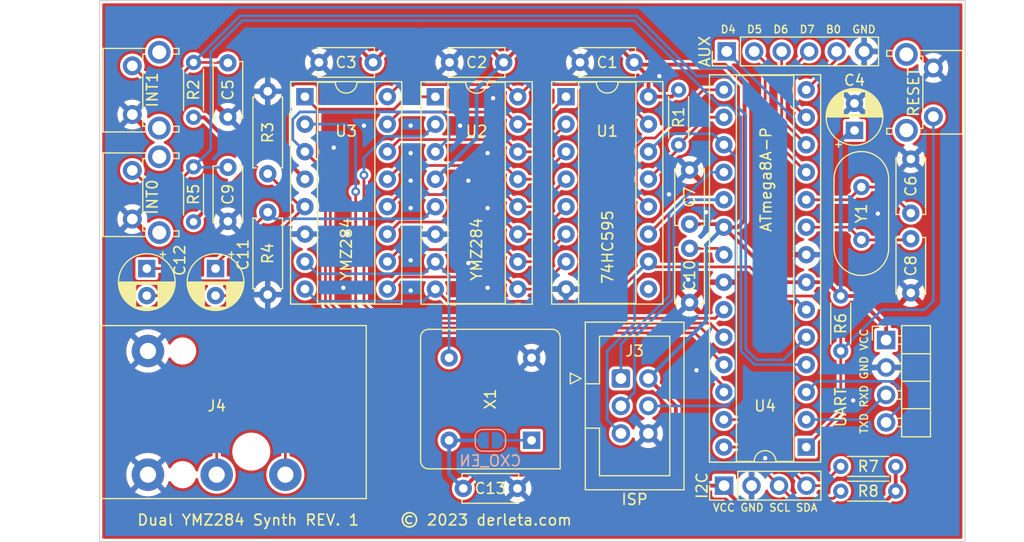
<source format=kicad_pcb>
(kicad_pcb (version 20211014) (generator pcbnew)
  (layers (0 "F.Cu" signal) (31 "B.Cu" signal) (34 "B.Paste" user) (35 "F.Paste" user) (36 "B.SilkS" user "B.Silkscreen") (37 "F.SilkS" user "F.Silkscreen") (38 "B.Mask" user) (39 "F.Mask" user) (44 "Edge.Cuts" user))
  (net 0 "")
  (net 1 "GND")
  (net 2 "VCC")
  (net 3 "~{RESET}")
  (net 4 "MISO")
  (net 5 "SCK")
  (net 6 "MOSI")
  (net 7 "~{OE}")
  (net 8 "RCLK")
  (net 9 "/D1")
  (net 10 "/D2")
  (net 11 "/D3")
  (net 12 "/D4")
  (net 13 "/D5")
  (net 14 "/D6")
  (net 15 "/D7")
  (net 16 "/D0")
  (net 17 "SO1")
  (net 18 "MCLK")
  (net 19 "SO2")
  (net 20 "RXD")
  (net 21 "TXD")
  (net 22 "SCL")
  (net 23 "SDA")
  (net 24 "INT0")
  (net 25 "INT1")
  (net 26 "A0")
  (net 27 "~{WR}")
  (net 28 "~{CS2}")
  (net 29 "~{CS1}")
  (net 31 "/PD4")
  (net 32 "/PD5")
  (net 33 "/PD6")
  (net 34 "/PD7")
  (net 35 "/PB0")
  (net 36 "/XTAL2")
  (net 37 "/XTAL1")
  (net 38 "/CXO_EN")
  (net 39 "/SOD2")
  (net 40 "/SOD1")
  (net 41 "/AREF")
  (footprint "Package_DIP:DIP-16_W7.62mm_Socket" (layer "F.Cu") (at 53.985 48.885)
    (fp_text reference "U3")
    (fp_text value "YMZ284")
  )
  (footprint "Resistor_THT:R_Axial_DIN0204_L3.6mm_D1.6mm_P5.08mm_Horizontal" (layer "F.Cu") (at 108.585 85.344 180)
    (fp_text reference "R8")
    (fp_text value "4k7")
  )
  (footprint "Connector_PinHeader_2.54mm:PinHeader_1x04_P2.54mm_Horizontal" (layer "F.Cu") (at 107.696 71.374)
    (fp_text reference "J2")
    (fp_text value "UART")
  )
  (footprint "Button_Switch_THT:SW_Tactile_SPST_Angled_PTS645Vx83-2LFS" (layer "F.Cu") (at 38.0305 50.535 90)
    (fp_text reference "SW2")
    (fp_text value "INT1")
  )
  (footprint "Resistor_THT:R_Axial_DIN0204_L3.6mm_D1.6mm_P5.08mm_Horizontal" (layer "F.Cu") (at 108.585 83.058 180)
    (fp_text reference "R7")
    (fp_text value "4k7")
  )
  (footprint "Resistor_THT:R_Axial_DIN0204_L3.6mm_D1.6mm_P5.08mm_Horizontal" (layer "F.Cu") (at 43.688 50.8 90)
    (fp_text reference "R2")
    (fp_text value "100k")
  )
  (footprint "Resistor_THT:R_Axial_DIN0204_L3.6mm_D1.6mm_P5.08mm_Horizontal" (layer "F.Cu") (at 43.688 60.452 90)
    (fp_text reference "R5")
    (fp_text value "100k")
  )
  (footprint "Capacitor_THT:CP_Radial_D5.0mm_P2.50mm" (layer "F.Cu") (at 39.37 64.77 -90)
    (fp_text reference "C12")
    (fp_text value "2u2")
  )
  (footprint "Package_DIP:DIP-28_W7.62mm_Socket" (layer "F.Cu") (at 100.32 81.27 180)
    (fp_text reference "U4")
    (fp_text value "ATmega8A-P")
  )
  (footprint "Connector_Audio:Jack_6.35mm_Neutrik_NRJ3HF-1_Horizontal" (layer "F.Cu") (at 52.176 83.82 180)
    (fp_text reference "J4")
    (fp_text value "AudioJack3_Ground")
  )
  (footprint "Button_Switch_THT:SW_Tactile_SPST_Angled_PTS645Vx83-2LFS" (layer "F.Cu") (at 112.0648 46.228 -90)
    (fp_text reference "SW1")
    (fp_text value "RESET")
  )
  (footprint "Connector_IDC:IDC-Header_2x03_P2.54mm_Vertical" (layer "F.Cu") (at 83.185 74.93)
    (fp_text reference "J3")
    (fp_text value "ISP")
  )
  (footprint "Capacitor_THT:C_Disc_D5.0mm_W2.5mm_P5.00mm" (layer "F.Cu") (at 73.62 85.09 180)
    (fp_text reference "C13")
    (fp_text value "100n")
  )
  (footprint "Capacitor_THT:C_Disc_D5.0mm_W2.5mm_P5.00mm" (layer "F.Cu") (at 79.415 45.72)
    (fp_text reference "C1")
    (fp_text value "100n")
  )
  (footprint "Resistor_THT:R_Axial_DIN0207_L6.3mm_D2.5mm_P7.62mm_Horizontal" (layer "F.Cu") (at 50.546 56.007 90)
    (fp_text reference "R3")
    (fp_text value "1k")
  )
  (footprint "Capacitor_THT:C_Disc_D5.0mm_W2.5mm_P5.00mm" (layer "F.Cu") (at 109.982 62.016 -90)
    (fp_text reference "C8")
    (fp_text value "20p")
  )
  (footprint "Resistor_THT:R_Axial_DIN0204_L3.6mm_D1.6mm_P5.08mm_Horizontal" (layer "F.Cu") (at 103.505 67.31 -90)
    (fp_text reference "R6")
    (fp_text value "10k")
  )
  (footprint "Resistor_THT:R_Axial_DIN0204_L3.6mm_D1.6mm_P5.08mm_Horizontal" (layer "F.Cu") (at 88.519 48.26 -90)
    (fp_text reference "R1")
    (fp_text value "10k")
  )
  (footprint "Capacitor_THT:C_Disc_D5.0mm_W2.5mm_P5.00mm" (layer "F.Cu") (at 89.535 55.666 -90)
    (fp_text reference "C7")
    (fp_text value "100n")
  )
  (footprint "Button_Switch_THT:SW_Tactile_SPST_Angled_PTS645Vx83-2LFS" (layer "F.Cu") (at 38.0305 60.198 90)
    (fp_text reference "SW3")
    (fp_text value "INT0")
  )
  (footprint "Resistor_THT:R_Axial_DIN0207_L6.3mm_D2.5mm_P7.62mm_Horizontal" (layer "F.Cu") (at 50.546 59.563 -90)
    (fp_text reference "R4")
    (fp_text value "1k")
  )
  (footprint "Capacitor_THT:C_Disc_D5.0mm_W2.5mm_P5.00mm" (layer "F.Cu") (at 67.35 45.72)
    (fp_text reference "C2")
    (fp_text value "100n")
  )
  (footprint "Package_DIP:DIP-16_W7.62mm_Socket" (layer "F.Cu") (at 66.04 48.895)
    (fp_text reference "U2")
    (fp_text value "YMZ284")
  )
  (footprint "Capacitor_THT:C_Disc_D5.0mm_W2.5mm_P5.00mm" (layer "F.Cu") (at 109.982 54.65 -90)
    (fp_text reference "C6")
    (fp_text value "20p")
  )
  (footprint "Connector_PinHeader_2.54mm:PinHeader_1x04_P2.54mm_Vertical" (layer "F.Cu") (at 92.72 84.836 90)
    (fp_text reference "J5")
    (fp_text value "I2C")
  )
  (footprint "Oscillator:Oscillator_DIP-8" (layer "F.Cu") (at 74.93 80.645 90)
    (fp_text reference "X1")
    (fp_text value "CXO_DIP8")
  )
  (footprint "Connector_PinHeader_2.54mm:PinHeader_1x06_P2.54mm_Vertical" (layer "F.Cu") (at 92.964 44.704 90)
    (fp_text reference "J1")
    (fp_text value "AUX")
  )
  (footprint "Package_DIP:DIP-16_W7.62mm_Socket" (layer "F.Cu") (at 78.115 48.885)
    (fp_text reference "U1")
    (fp_text value "74HC595")
  )
  (footprint "Capacitor_THT:C_Disc_D5.0mm_W2.5mm_P5.00mm" (layer "F.Cu") (at 55.285 45.72)
    (fp_text reference "C3")
    (fp_text value "100n")
  )
  (footprint "Capacitor_THT:C_Disc_D5.0mm_W2.5mm_P5.00mm" (layer "F.Cu") (at 89.535 67.905 90)
    (fp_text reference "C10")
    (fp_text value "100n")
  )
  (footprint "Capacitor_THT:CP_Radial_D5.0mm_P2.50mm" (layer "F.Cu") (at 104.775 52.005113 90)
    (fp_text reference "C4")
    (fp_text value "10u")
  )
  (footprint "Capacitor_THT:C_Disc_D5.0mm_W2.5mm_P5.00mm" (layer "F.Cu") (at 46.863 60.412 90)
    (fp_text reference "C9")
    (fp_text value "100n")
  )
  (footprint "Crystal:Crystal_HC49-4H_Vertical" (layer "F.Cu") (at 105.41 57.24 -90)
    (fp_text reference "Y1")
    (fp_text value "16M")
  )
  (footprint "Capacitor_THT:C_Disc_D5.0mm_W2.5mm_P5.00mm" (layer "F.Cu") (at 46.863 50.76 90)
    (fp_text reference "C5")
    (fp_text value "100n")
  )
  (footprint "Capacitor_THT:CP_Radial_D5.0mm_P2.50mm" (layer "F.Cu") (at 45.72 64.77 -90)
    (fp_text reference "C11")
    (fp_text value "2u2")
  )
  (footprint "Jumper:SolderJumper-2_P1.3mm_Open_RoundedPad1.0x1.5mm" (layer "B.Cu") (at 71.12 80.645 180)
    (fp_text reference "JP1")
    (fp_text value "CXO_EN")
  )
  (gr_rect (start 35 40) (end 115 90) (layer "Edge.Cuts") (width 0.1) (fill none))
  (gr_text "Dual YMZ284 Synth REV. 1     © 2023 derleta.com" (at 58.5724 88.011) (layer "F.SilkS") (effects (font (size 1 1))))
  (via (at 104.648 76.962) (size 0.8) (drill 0.4) (layers "F.Cu" "B.Cu") (net 1))
  (via (at 90.17 74.168) (size 0.8) (drill 0.4) (layers "F.Cu" "B.Cu") (net 1))
  (via (at 63.754 51.562) (size 0.8) (drill 0.4) (layers "F.Cu" "B.Cu") (net 1))
  (via (at 86.741 46.99) (size 0.8) (drill 0.4) (layers "F.Cu" "B.Cu") (net 1))
  (via (at 96.52 82.296) (size 0.8) (drill 0.4) (layers "F.Cu" "B.Cu") (net 1))
  (via (at 63.754 56.642) (size 0.8) (drill 0.4) (layers "F.Cu" "B.Cu") (net 1))
  (via (at 106.934 59.69) (size 0.8) (drill 0.4) (layers "F.Cu" "B.Cu") (net 1))
  (via (at 69.088 56.642) (size 0.8) (drill 0.4) (layers "F.Cu" "B.Cu") (net 1))
  (via (at 89.408 65.786) (size 0.8) (drill 0.4) (layers "F.Cu" "B.Cu") (net 1))
  (via (at 68.326 51.562) (size 0.8) (drill 0.4) (layers "F.Cu" "B.Cu") (net 1))
  (via (at 63.754 59.182) (size 0.8) (drill 0.4) (layers "F.Cu" "B.Cu") (net 1))
  (via (at 69.088 64.262) (size 0.8) (drill 0.4) (layers "F.Cu" "B.Cu") (net 1))
  (via (at 91.059 59.563) (size 0.8) (drill 0.4) (layers "F.Cu" "B.Cu") (net 1))
  (via (at 57.531 66.548) (size 0.8) (drill 0.4) (layers "F.Cu" "B.Cu") (net 1))
  (via (at 63.754 54.102) (size 0.8) (drill 0.4) (layers "F.Cu" "B.Cu") (net 1))
  (via (at 56.642 53.594) (size 0.8) (drill 0.4) (layers "F.Cu" "B.Cu") (net 1))
  (via (at 70.866 66.548) (size 0.8) (drill 0.4) (layers "F.Cu" "B.Cu") (net 1))
  (via (at 63.754 64.008) (size 0.8) (drill 0.4) (layers "F.Cu" "B.Cu") (net 1))
  (via (at 63.754 66.802) (size 0.8) (drill 0.4) (layers "F.Cu" "B.Cu") (net 1))
  (via (at 70.866 54.102) (size 0.8) (drill 0.4) (layers "F.Cu" "B.Cu") (net 1))
  (via (at 71.374 49.022) (size 0.8) (drill 0.4) (layers "F.Cu" "B.Cu") (net 1))
  (via (at 87.63 57.912) (size 0.8) (drill 0.4) (layers "F.Cu" "B.Cu") (net 1))
  (via (at 57.9495 61.5188) (size 0.8) (drill 0.4) (layers "F.Cu" "B.Cu") (net 1))
  (via (at 70.866 59.182) (size 0.8) (drill 0.4) (layers "F.Cu" "B.Cu") (net 1))
  (via (at 59.436 51.562) (size 0.8) (drill 0.4) (layers "F.Cu" "B.Cu") (net 1))
  (segment (start 103.505 67.31) (end 104.902 67.31) (width 0.35) (layer "F.Cu") (net 2))
  (segment (start 54.102 43.942) (end 58.507 43.942) (width 0.35) (layer "F.Cu") (net 2))
  (segment (start 50.419 54.356) (end 49.911 54.356) (width 0.35) (layer "F.Cu") (net 2))
  (segment (start 60.285 45.72) (end 62.19 43.815) (width 0.35) (layer "F.Cu") (net 2))
  (segment (start 102.225 66.03) (end 103.505 67.31) (width 0.35) (layer "F.Cu") (net 2))
  (segment (start 92.7 60.95) (end 93.99 60.95) (width 0.35) (layer "F.Cu") (net 2))
  (segment (start 72.35 45.72) (end 70.445 43.815) (width 0.35) (layer "F.Cu") (net 2))
  (segment (start 84.624 45.929) (end 84.415 45.72) (width 0.35) (layer "F.Cu") (net 2))
  (segment (start 108.585 85.344) (end 108.585 83.058) (width 0.35) (layer "F.Cu") (net 2))
  (segment (start 52.324 54.844) (end 51.836 54.356) (width 0.35) (layer "F.Cu") (net 2))
  (segment (start 52.324 45.72) (end 54.102 43.942) (width 0.35) (layer "F.Cu") (net 2))
  (segment (start 52.324 54.844) (end 52.324 45.72) (width 0.35) (layer "F.Cu") (net 2))
  (segment (start 68.62 85.09) (end 69.89 83.82) (width 0.35) (layer "F.Cu") (net 2))
  (segment (start 94.615 60.325) (end 94.615 47.752) (width 0.35) (layer "F.Cu") (net 2))
  (segment (start 100.32 66.03) (end 97.78 66.03) (width 0.35) (layer "F.Cu") (net 2))
  (segment (start 100.32 66.03) (end 102.225 66.03) (width 0.35) (layer "F.Cu") (net 2))
  (segment (start 95.377 87.757) (end 106.172 87.757) (width 0.35) (layer "F.Cu") (net 2))
  (segment (start 62.19 43.815) (end 70.445 43.815) (width 0.35) (layer "F.Cu") (net 2))
  (segment (start 88.265 82.677) (end 88.265 77.47) (width 0.35) (layer "F.Cu") (net 2))
  (segment (start 53.985 56.505) (end 52.324 54.844) (width 0.35) (layer "F.Cu") (net 2))
  (segment (start 89.535 60.666) (end 92.416 60.666) (width 0.35) (layer "F.Cu") (net 2))
  (segment (start 92.72 84.836) (end 90.424 84.836) (width 0.35) (layer "F.Cu") (net 2))
  (segment (start 49.784 54.356) (end 49.911 54.356) (width 0.35) (layer "F.Cu") (net 2))
  (segment (start 92.72 84.836) (end 92.72 85.1) (width 0.35) (layer "F.Cu") (net 2))
  (segment (start 43.688 60.452) (end 49.784 54.356) (width 0.35) (layer "F.Cu") (net 2))
  (segment (start 107.696 70.104) (end 104.902 67.31) (width 0.35) (layer "F.Cu") (net 2))
  (segment (start 48.233949 54.356) (end 50.419 54.356) (width 0.35) (layer "F.Cu") (net 2))
  (segment (start 88.265 77.47) (end 85.725 74.93) (width 0.35) (layer "F.Cu") (net 2))
  (segment (start 44.677949 50.8) (end 48.233949 54.356) (width 0.35) (layer "F.Cu") (net 2))
  (segment (start 92.72 85.1) (end 95.377 87.757) (width 0.35) (layer "F.Cu") (net 2))
  (segment (start 92.416 60.666) (end 92.7 60.95) (width 0.35) (layer "F.Cu") (net 2))
  (segment (start 82.55 43.815) (end 82.55 43.855) (width 0.35) (layer "F.Cu") (net 2))
  (segment (start 90.424 84.836) (end 88.265 82.677) (width 0.35) (layer "F.Cu") (net 2))
  (segment (start 69.89 83.82) (end 87.122 83.82) (width 0.35) (layer "F.Cu") (net 2))
  (segment (start 97.78 66.03) (end 92.7 60.95) (width 0.35) (layer "F.Cu") (net 2))
  (segment (start 82.55 43.855) (end 84.415 45.72) (width 0.35) (layer "F.Cu") (net 2))
  (segment (start 87.122 83.82) (end 88.265 82.677) (width 0.35) (layer "F.Cu") (net 2))
  (segment (start 72.35 45.72) (end 74.255 43.815) (width 0.35) (layer "F.Cu") (net 2))
  (segment (start 85.735 47.04) (end 84.415 45.72) (width 0.35) (layer "F.Cu") (net 2))
  (segment (start 107.696 71.374) (end 107.696 70.104) (width 0.35) (layer "F.Cu") (net 2))
  (segment (start 106.172 87.757) (end 108.585 85.344) (width 0.35) (layer "F.Cu") (net 2))
  (segment (start 93.99 60.95) (end 94.615 60.325) (width 0.35) (layer "F.Cu") (net 2))
  (segment (start 43.688 50.8) (end 44.677949 50.8) (width 0.35) (layer "F.Cu") (net 2))
  (segment (start 85.735 48.885) (end 87.894 48.885) (width 0.35) (layer "F.Cu") (net 2))
  (segment (start 92.792 45.929) (end 84.624 45.929) (width 0.35) (layer "F.Cu") (net 2))
  (segment (start 74.255 43.815) (end 82.55 43.815) (width 0.35) (layer "F.Cu") (net 2))
  (segment (start 85.735 48.885) (end 85.735 47.04) (width 0.35) (layer "F.Cu") (net 2))
  (segment (start 58.507 43.942) (end 60.285 45.72) (width 0.35) (layer "F.Cu") (net 2))
  (segment (start 94.615 47.752) (end 92.792 45.929) (width 0.35) (layer "F.Cu") (net 2))
  (segment (start 87.894 48.885) (end 88.519 48.26) (width 0.35) (layer "F.Cu") (net 2))
  (segment (start 51.836 54.356) (end 50.419 54.356) (width 0.35) (layer "F.Cu") (net 2))
  (segment (start 91.059 69.596) (end 91.059 62.591) (width 0.35) (layer "B.Cu") (net 2))
  (segment (start 67.31 80.645) (end 67.31 83.78) (width 0.35) (layer "B.Cu") (net 2))
  (segment (start 67.31 83.78) (end 68.62 85.09) (width 0.35) (layer "B.Cu") (net 2))
  (segment (start 103.505 67.31) (end 103.505 52.959) (width 0.35) (layer "B.Cu") (net 2))
  (segment (start 91.059 62.591) (end 92.7 60.95) (width 0.35) (layer "B.Cu") (net 2))
  (segment (start 85.725 74.93) (end 91.059 69.596) (width 0.35) (layer "B.Cu") (net 2))
  (segment (start 69.85 52.705) (end 69.85 48.22) (width 0.35) (layer "B.Cu") (net 2))
  (segment (start 67.31 80.645) (end 70.47 80.645) (width 0.35) (layer "B.Cu") (net 2))
  (segment (start 69.85 48.22) (end 72.35 45.72) (width 0.35) (layer "B.Cu") (net 2))
  (segment (start 104.458887 52.005113) (end 104.775 52.005113) (width 0.35) (layer "B.Cu") (net 2))
  (segment (start 103.505 52.959) (end 104.458887 52.005113) (width 0.35) (layer "B.Cu") (net 2))
  (segment (start 66.04 56.515) (end 69.85 52.705) (width 0.35) (layer "B.Cu") (net 2))
  (segment (start 86.225 64.615) (end 95.095 64.615) (width 0.25) (layer "F.Cu") (net 3))
  (segment (start 100.32 81.27) (end 103.505 78.085) (width 0.25) (layer "F.Cu") (net 3))
  (segment (start 66.04 66.675) (end 67.165 67.8) (width 0.25) (layer "F.Cu") (net 3))
  (segment (start 103.505 78.085) (end 103.505 72.39) (width 0.25) (layer "F.Cu") (net 3))
  (segment (start 97.79 67.31) (end 100.892894 67.31) (width 0.25) (layer "F.Cu") (net 3))
  (segment (start 85.735 64.125) (end 86.225 64.615) (width 0.25) (layer "F.Cu") (net 3))
  (segment (start 100.892894 67.31) (end 103.505 69.922106) (width 0.25) (layer "F.Cu") (net 3))
  (segment (start 82.06 67.8) (end 85.735 64.125) (width 0.25) (layer "F.Cu") (net 3))
  (segment (start 67.165 67.8) (end 82.06 67.8) (width 0.25) (layer "F.Cu") (net 3))
  (segment (start 95.095 64.615) (end 97.79 67.31) (width 0.25) (layer "F.Cu") (net 3))
  (segment (start 103.505 69.922106) (end 103.505 72.39) (width 0.25) (layer "F.Cu") (net 3))
  (segment (start 64.925 67.79) (end 66.04 66.675) (width 0.25) (layer "B.Cu") (net 3))
  (segment (start 81.915 78.74) (end 81.915 72.388604) (width 0.25) (layer "B.Cu") (net 3))
  (segment (start 53.985 66.665) (end 55.11 67.79) (width 0.25) (layer "B.Cu") (net 3))
  (segment (start 111.252 68.58) (end 112.0648 67.7672) (width 0.25) (layer "B.Cu") (net 3))
  (segment (start 112.0648 67.7672) (end 112.0648 50.728) (width 0.25) (layer "B.Cu") (net 3))
  (segment (start 84.454302 65.405698) (end 85.735 64.125) (width 0.25) (layer "B.Cu") (net 3))
  (segment (start 81.915 72.388604) (end 84.454302 69.849302) (width 0.25) (layer "B.Cu") (net 3))
  (segment (start 55.11 67.79) (end 64.925 67.79) (width 0.25) (layer "B.Cu") (net 3))
  (segment (start 107.315 68.58) (end 111.252 68.58) (width 0.25) (layer "B.Cu") (net 3))
  (segment (start 84.454302 69.849302) (end 84.454302 65.405698) (width 0.25) (layer "B.Cu") (net 3))
  (segment (start 83.185 80.01) (end 81.915 78.74) (width 0.25) (layer "B.Cu") (net 3))
  (segment (start 103.505 72.39) (end 107.315 68.58) (width 0.25) (layer "B.Cu") (net 3))
  (segment (start 83.185 71.755) (end 87.63 67.31) (width 0.25) (layer "B.Cu") (net 4))
  (segment (start 87.63 67.31) (end 87.63 59.69) (width 0.25) (layer "B.Cu") (net 4))
  (segment (start 83.185 74.93) (end 83.185 71.755) (width 0.25) (layer "B.Cu") (net 4))
  (segment (start 87.63 59.69) (end 91.45 55.87) (width 0.25) (layer "B.Cu") (net 4))
  (segment (start 91.45 55.87) (end 92.7 55.87) (width 0.25) (layer "B.Cu") (net 4))
  (segment (start 85.735 61.585) (end 88.91 58.41) (width 0.25) (layer "F.Cu") (net 5))
  (segment (start 88.91 58.41) (end 92.7 58.41) (width 0.25) (layer "F.Cu") (net 5))
  (segment (start 84.455 76.2) (end 84.455 71.121396) (width 0.25) (layer "B.Cu") (net 5))
  (segment (start 83.185 77.47) (end 84.455 76.2) (width 0.25) (layer "B.Cu") (net 5))
  (segment (start 88.08 59.876396) (end 89.546396 58.41) (width 0.25) (layer "B.Cu") (net 5))
  (segment (start 88.08 67.496396) (end 88.08 59.876396) (width 0.25) (layer "B.Cu") (net 5))
  (segment (start 89.546396 58.41) (end 92.7 58.41) (width 0.25) (layer "B.Cu") (net 5))
  (segment (start 84.455 71.121396) (end 88.08 67.496396) (width 0.25) (layer "B.Cu") (net 5))
  (segment (start 91.685 52.315) (end 92.7 53.33) (width 0.25) (layer "B.Cu") (net 6))
  (segment (start 85.725 77.47) (end 93.010991 77.47) (width 0.25) (layer "B.Cu") (net 6))
  (segment (start 87.385 52.315) (end 91.685 52.315) (width 0.25) (layer "B.Cu") (net 6))
  (segment (start 85.735 53.965) (end 87.385 52.315) (width 0.25) (layer "B.Cu") (net 6))
  (segment (start 93.825 76.655991) (end 93.825 54.455) (width 0.25) (layer "B.Cu") (net 6))
  (segment (start 93.825 54.455) (end 92.7 53.33) (width 0.25) (layer "B.Cu") (net 6))
  (segment (start 93.010991 77.47) (end 93.825 76.655991) (width 0.25) (layer "B.Cu") (net 6))
  (segment (start 91.069 50.79) (end 92.7 50.79) (width 0.25) (layer "F.Cu") (net 7))
  (segment (start 85.735 56.505) (end 88.519 53.721) (width 0.25) (layer "F.Cu") (net 7))
  (segment (start 88.519 53.34) (end 91.069 50.79) (width 0.25) (layer "F.Cu") (net 7))
  (segment (start 88.519 53.721) (end 88.519 53.34) (width 0.25) (layer "F.Cu") (net 7))
  (segment (start 90.815 48.25) (end 92.7 48.25) (width 0.25) (layer "F.Cu") (net 8))
  (segment (start 86.36 52.705) (end 90.815 48.25) (width 0.25) (layer "F.Cu") (net 8))
  (segment (start 84.61 57.92) (end 84.61 53.499009) (width 0.25) (layer "F.Cu") (net 8))
  (segment (start 85.735 59.045) (end 84.61 57.92) (width 0.25) (layer "F.Cu") (net 8))
  (segment (start 84.61 53.499009) (end 85.404009 52.705) (width 0.25) (layer "F.Cu") (net 8))
  (segment (start 85.404009 52.705) (end 86.36 52.705) (width 0.25) (layer "F.Cu") (net 8))
  (segment (start 75.565 51.435) (end 78.115 48.885) (width 0.25) (layer "F.Cu") (net 9))
  (segment (start 73.66 51.435) (end 75.565 51.435) (width 0.25) (layer "F.Cu") (net 9))
  (segment (start 72.535 50.31) (end 73.66 51.435) (width 0.25) (layer "F.Cu") (net 9))
  (segment (start 61.605 51.425) (end 62.72 50.31) (width 0.25) (layer "F.Cu") (net 9))
  (segment (start 62.72 50.31) (end 72.535 50.31) (width 0.25) (layer "F.Cu") (net 9))
  (segment (start 73.66 53.975) (end 75.565 53.975) (width 0.25) (layer "F.Cu") (net 10))
  (segment (start 72.535 52.85) (end 73.66 53.975) (width 0.25) (layer "F.Cu") (net 10))
  (segment (start 61.605 53.965) (end 62.72 52.85) (width 0.25) (layer "F.Cu") (net 10))
  (segment (start 75.565 53.975) (end 78.115 51.425) (width 0.25) (layer "F.Cu") (net 10))
  (segment (start 62.72 52.85) (end 72.535 52.85) (width 0.25) (layer "F.Cu") (net 10))
  (segment (start 73.66 56.515) (end 75.565 56.515) (width 0.25) (layer "F.Cu") (net 11))
  (segment (start 72.39 55.245) (end 73.66 56.515) (width 0.25) (layer "F.Cu") (net 11))
  (segment (start 62.865 55.245) (end 72.39 55.245) (width 0.25) (layer "F.Cu") (net 11))
  (segment (start 75.565 56.515) (end 78.115 53.965) (width 0.25) (layer "F.Cu") (net 11))
  (segment (start 61.605 56.505) (end 62.865 55.245) (width 0.25) (layer "F.Cu") (net 11))
  (segment (start 62.72 57.93) (end 72.535 57.93) (width 0.25) (layer "F.Cu") (net 12))
  (segment (start 72.535 57.93) (end 73.66 59.055) (width 0.25) (layer "F.Cu") (net 12))
  (segment (start 61.605 59.045) (end 62.72 57.93) (width 0.25) (layer "F.Cu") (net 12))
  (segment (start 73.66 59.055) (end 75.565 59.055) (width 0.25) (layer "F.Cu") (net 12))
  (segment (start 75.565 59.055) (end 78.115 56.505) (width 0.25) (layer "F.Cu") (net 12))
  (segment (start 73.66 61.595) (end 75.565 61.595) (width 0.25) (layer "F.Cu") (net 13))
  (segment (start 72.535 60.47) (end 73.66 61.595) (width 0.25) (layer "F.Cu") (net 13))
  (segment (start 75.565 61.595) (end 78.115 59.045) (width 0.25) (layer "F.Cu") (net 13))
  (segment (start 62.72 60.47) (end 72.535 60.47) (width 0.25) (layer "F.Cu") (net 13))
  (segment (start 61.605 61.585) (end 62.72 60.47) (width 0.25) (layer "F.Cu") (net 13))
  (segment (start 61.605 64.125) (end 62.72 63.01) (width 0.25) (layer "F.Cu") (net 14))
  (segment (start 75.565 64.135) (end 78.115 61.585) (width 0.25) (layer "F.Cu") (net 14))
  (segment (start 73.66 64.135) (end 75.565 64.135) (width 0.25) (layer "F.Cu") (net 14))
  (segment (start 62.72 63.01) (end 72.535 63.01) (width 0.25) (layer "F.Cu") (net 14))
  (segment (start 73.66 64.135) (end 72.535 63.01) (width 0.25) (layer "F.Cu") (net 14))
  (segment (start 75.565 66.675) (end 78.115 64.125) (width 0.25) (layer "F.Cu") (net 15))
  (segment (start 62.72 65.55) (end 61.605 66.665) (width 0.25) (layer "F.Cu") (net 15))
  (segment (start 73.66 66.675) (end 72.535 65.55) (width 0.25) (layer "F.Cu") (net 15))
  (segment (start 73.66 66.675) (end 75.565 66.675) (width 0.25) (layer "F.Cu") (net 15))
  (segment (start 72.535 65.55) (end 62.72 65.55) (width 0.25) (layer "F.Cu") (net 15))
  (segment (start 74.795 47.76) (end 82.07 47.76) (width 0.25) (layer "F.Cu") (net 16))
  (segment (start 62.72 47.77) (end 72.535 47.77) (width 0.25) (layer "F.Cu") (net 16))
  (segment (start 61.605 48.885) (end 62.72 47.77) (width 0.25) (layer "F.Cu") (net 16))
  (segment (start 73.66 48.895) (end 74.795 47.76) (width 0.25) (layer "F.Cu") (net 16))
  (segment (start 72.535 47.77) (end 73.66 48.895) (width 0.25) (layer "F.Cu") (net 16))
  (segment (start 82.07 47.76) (end 85.735 51.425) (width 0.25) (layer "F.Cu") (net 16))
  (segment (start 45.72 64.77) (end 45.72 64.389) (width 0.25) (layer "F.Cu") (net 17))
  (segment (start 45.72 64.389) (end 50.546 59.563) (width 0.25) (layer "F.Cu") (net 17))
  (segment (start 64.925 60.17) (end 51.153 60.17) (width 0.25) (layer "B.Cu") (net 17))
  (segment (start 66.04 59.055) (end 64.925 60.17) (width 0.25) (layer "B.Cu") (net 17))
  (segment (start 51.153 60.17) (end 50.546 59.563) (width 0.25) (layer "B.Cu") (net 17))
  (segment (start 64.925 65.25) (end 66.04 64.135) (width 0.25) (layer "B.Cu") (net 18))
  (segment (start 53.985 64.125) (end 55.11 65.25) (width 0.25) (layer "B.Cu") (net 18))
  (segment (start 67.31 73.025) (end 67.31 65.405) (width 0.25) (layer "B.Cu") (net 18))
  (segment (start 67.31 65.405) (end 66.04 64.135) (width 0.25) (layer "B.Cu") (net 18))
  (segment (start 55.11 65.25) (end 64.925 65.25) (width 0.25) (layer "B.Cu") (net 18))
  (segment (start 50.546 56.007) (end 53.584 59.045) (width 0.25) (layer "F.Cu") (net 19))
  (segment (start 53.584 59.045) (end 53.985 59.045) (width 0.25) (layer "F.Cu") (net 19))
  (segment (start 39.37 64.77) (end 41.783 64.77) (width 0.25) (layer "F.Cu") (net 19))
  (segment (start 42.908 65.895) (end 47.135 65.895) (width 0.25) (layer "F.Cu") (net 19))
  (segment (start 47.135 65.895) (end 53.985 59.045) (width 0.25) (layer "F.Cu") (net 19))
  (segment (start 41.783 64.77) (end 42.908 65.895) (width 0.25) (layer "F.Cu") (net 19))
  (segment (start 100.32 78.73) (end 105.34 78.73) (width 0.25) (layer "B.Cu") (net 20))
  (segment (start 105.34 78.73) (end 107.696 76.374) (width 0.25) (layer "B.Cu") (net 20))
  (segment (start 109.093 75.984299) (end 109.093 77.477) (width 0.25) (layer "B.Cu") (net 21))
  (segment (start 109.093 77.477) (end 107.696 78.874) (width 0.25) (layer "B.Cu") (net 21))
  (segment (start 100.32 76.19) (end 101.311 75.199) (width 0.25) (layer "B.Cu") (net 21))
  (segment (start 101.311 75.199) (end 108.307701 75.199) (width 0.25) (layer "B.Cu") (net 21))
  (segment (start 108.307701 75.199) (end 109.093 75.984299) (width 0.25) (layer "B.Cu") (net 21))
  (segment (start 98.975 86.011) (end 102.838 86.011) (width 0.25) (layer "F.Cu") (net 22))
  (segment (start 97.8 84.836) (end 94.234 81.27) (width 0.25) (layer "F.Cu") (net 22))
  (segment (start 94.234 81.27) (end 92.7 81.27) (width 0.25) (layer "F.Cu") (net 22))
  (segment (start 97.8 84.836) (end 98.975 86.011) (width 0.25) (layer "F.Cu") (net 22))
  (segment (start 102.838 86.011) (end 103.505 85.344) (width 0.25) (layer "F.Cu") (net 22))
  (segment (start 100.34 84.836) (end 101.727 84.836) (width 0.25) (layer "F.Cu") (net 23))
  (segment (start 94.234 78.73) (end 100.34 84.836) (width 0.25) (layer "F.Cu") (net 23))
  (segment (start 92.7 78.73) (end 94.234 78.73) (width 0.25) (layer "F.Cu") (net 23))
  (segment (start 101.727 84.836) (end 103.505 83.058) (width 0.25) (layer "F.Cu") (net 23))
  (segment (start 38.905499 56.572999) (end 42.487001 56.572999) (width 0.25) (layer "F.Cu") (net 24))
  (segment (start 42.487001 56.572999) (end 43.688 55.372) (width 0.25) (layer "F.Cu") (net 24))
  (segment (start 38.0305 55.698) (end 38.905499 56.572999) (width 0.25) (layer "F.Cu") (net 24))
  (segment (start 94.275 50.774009) (end 93.165991 49.665) (width 0.25) (layer "B.Cu") (net 24))
  (segment (start 48.192396 41.852) (end 64.712 41.852) (width 0.25) (layer "B.Cu") (net 24))
  (segment (start 45.276198 53.783802) (end 45.276198 44.768198) (width 0.25) (layer "B.Cu") (net 24))
  (segment (start 94.275 72.39) (end 94.275 50.774009) (width 0.25) (layer "B.Cu") (net 24))
  (segment (start 43.728 55.412) (end 43.688 55.372) (width 0.25) (layer "B.Cu") (net 24))
  (segment (start 95.535 73.65) (end 94.275 72.39) (width 0.25) (layer "B.Cu") (net 24))
  (segment (start 64.77 41.91) (end 64.828 41.852) (width 0.25) (layer "B.Cu") (net 24))
  (segment (start 46.863 55.412) (end 43.728 55.412) (width 0.25) (layer "B.Cu") (net 24))
  (segment (start 64.712 41.852) (end 64.77 41.91) (width 0.25) (layer "B.Cu") (net 24))
  (segment (start 93.165991 49.665) (end 92.234009 49.665) (width 0.25) (layer "B.Cu") (net 24))
  (segment (start 45.276198 44.768198) (end 48.192396 41.852) (width 0.25) (layer "B.Cu") (net 24))
  (segment (start 92.234009 49.665) (end 84.421009 41.852) (width 0.25) (layer "B.Cu") (net 24))
  (segment (start 43.688 55.372) (end 45.276198 53.783802) (width 0.25) (layer "B.Cu") (net 24))
  (segment (start 64.828 41.852) (end 84.421009 41.852) (width 0.25) (layer "B.Cu") (net 24))
  (segment (start 100.32 73.65) (end 95.535 73.65) (width 0.25) (layer "B.Cu") (net 24))
  (segment (start 46.823 45.72) (end 46.863 45.76) (width 0.25) (layer "F.Cu") (net 25))
  (segment (start 38.905499 46.909999) (end 42.498001 46.909999) (width 0.25) (layer "F.Cu") (net 25))
  (segment (start 43.688 45.72) (end 46.823 45.72) (width 0.25) (layer "F.Cu") (net 25))
  (segment (start 38.0305 46.035) (end 38.905499 46.909999) (width 0.25) (layer "F.Cu") (net 25))
  (segment (start 42.498001 46.909999) (end 43.688 45.72) (width 0.25) (layer "F.Cu") (net 25))
  (segment (start 94.725 72.203604) (end 94.725 50.587613) (width 0.25) (layer "B.Cu") (net 25))
  (segment (start 93.018288 46.977297) (end 90.182702 46.977297) (width 0.25) (layer "B.Cu") (net 25))
  (segment (start 100.32 71.11) (end 98.23 73.2) (width 0.25) (layer "B.Cu") (net 25))
  (segment (start 93.825 49.684999) (end 93.825 47.784009) (width 0.25) (layer "B.Cu") (net 25))
  (segment (start 95.721396 73.2) (end 94.725 72.203604) (width 0.25) (layer "B.Cu") (net 25))
  (segment (start 93.825 47.784009) (end 93.018288 46.977297) (width 0.25) (layer "B.Cu") (net 25))
  (segment (start 94.725 50.587613) (end 93.823693 49.686306) (width 0.25) (layer "B.Cu") (net 25))
  (segment (start 43.688 45.72) (end 48.006 41.402) (width 0.25) (layer "B.Cu") (net 25))
  (segment (start 93.823693 49.686306) (end 93.825 49.684999) (width 0.25) (layer "B.Cu") (net 25))
  (segment (start 48.006 41.402) (end 84.607405 41.402) (width 0.25) (layer "B.Cu") (net 25))
  (segment (start 90.182702 46.977297) (end 84.607405 41.402) (width 0.25) (layer "B.Cu") (net 25))
  (segment (start 98.23 73.2) (end 95.721396 73.2) (width 0.25) (layer "B.Cu") (net 25))
  (segment (start 90.023999 70.719999) (end 58.42 70.719999) (width 0.25) (layer "F.Cu") (net 26))
  (segment (start 55.118 55.118) (end 55.118 55.098) (width 0.25) (layer "F.Cu") (net 26))
  (segment (start 55.118 55.098) (end 53.985 53.965) (width 0.25) (layer "F.Cu") (net 26))
  (segment (start 58.42 70.719999) (end 55.88 68.179999) (width 0.25) (layer "F.Cu") (net 26))
  (segment (start 92.7 76.19) (end 92.7 75.672695) (width 0.25) (layer "F.Cu") (net 26))
  (segment (start 92.7 75.672695) (end 90.678 73.650695) (width 0.25) (layer "F.Cu") (net 26))
  (segment (start 55.88 55.86) (end 53.985 53.965) (width 0.25) (layer "F.Cu") (net 26))
  (segment (start 90.678 71.374) (end 90.023999 70.719999) (width 0.25) (layer "F.Cu") (net 26))
  (segment (start 55.88 68.179999) (end 55.88 55.86) (width 0.25) (layer "F.Cu") (net 26))
  (segment (start 90.678 73.650695) (end 90.678 71.374) (width 0.25) (layer "F.Cu") (net 26))
  (segment (start 52.86 50.959009) (end 53.527009 50.292) (width 0.25) (layer "B.Cu") (net 26))
  (segment (start 67.31 52.705) (end 66.04 53.975) (width 0.25) (layer "B.Cu") (net 26))
  (segment (start 53.985 53.965) (end 52.86 52.84) (width 0.25) (layer "B.Cu") (net 26))
  (segment (start 66.631305 50.292) (end 67.31 50.970695) (width 0.25) (layer "B.Cu") (net 26))
  (segment (start 52.86 52.84) (end 52.86 50.959009) (width 0.25) (layer "B.Cu") (net 26))
  (segment (start 53.527009 50.292) (end 66.631305 50.292) (width 0.25) (layer "B.Cu") (net 26))
  (segment (start 67.31 50.970695) (end 67.31 52.705) (width 0.25) (layer "B.Cu") (net 26))
  (segment (start 53.985 48.905) (end 55.118 50.038) (width 0.25) (layer "F.Cu") (net 27))
  (segment (start 53.985 48.905) (end 53.985 48.885) (width 0.25) (layer "F.Cu") (net 27))
  (segment (start 58.606396 70.269999) (end 90.589999 70.269999) (width 0.25) (layer "F.Cu") (net 27))
  (segment (start 63.373 48.895) (end 62.23 50.038) (width 0.25) (layer "F.Cu") (net 27))
  (segment (start 90.589999 70.269999) (end 91.186 70.866) (width 0.25) (layer "F.Cu") (net 27))
  (segment (start 56.33 67.993603) (end 58.606396 70.269999) (width 0.25) (layer "F.Cu") (net 27))
  (segment (start 91.186 70.866) (end 91.186 72.136) (width 0.25) (layer "F.Cu") (net 27))
  (segment (start 91.186 72.136) (end 92.7 73.65) (width 0.25) (layer "F.Cu") (net 27))
  (segment (start 66.04 48.895) (end 63.373 48.895) (width 0.25) (layer "F.Cu") (net 27))
  (segment (start 62.23 50.038) (end 55.118 50.038) (width 0.25) (layer "F.Cu") (net 27))
  (segment (start 56.33 55.673604) (end 56.33 67.993603) (width 0.25) (layer "F.Cu") (net 27))
  (segment (start 55.118 50.038) (end 55.118 54.461604) (width 0.25) (layer "F.Cu") (net 27))
  (segment (start 55.118 54.461604) (end 56.33 55.673604) (width 0.25) (layer "F.Cu") (net 27))
  (segment (start 58.674 68.265998) (end 58.674 57.658) (width 0.25) (layer "F.Cu") (net 28))
  (segment (start 92.7 71.11) (end 91.409999 69.819999) (width 0.25) (layer "F.Cu") (net 28))
  (segment (start 91.409999 69.819999) (end 60.228001 69.819999) (width 0.25) (layer "F.Cu") (net 28))
  (segment (start 60.228001 69.819999) (end 58.674 68.265998) (width 0.25) (layer "F.Cu") (net 28))
  (via (at 58.674 57.658) (size 0.8) (drill 0.4) (layers "F.Cu" "B.Cu") (net 28))
  (segment (start 57.775 51.425) (end 53.985 51.425) (width 0.25) (layer "B.Cu") (net 28))
  (segment (start 58.674 57.658) (end 58.674 52.324) (width 0.25) (layer "B.Cu") (net 28))
  (segment (start 58.674 52.324) (end 57.775 51.425) (width 0.25) (layer "B.Cu") (net 28))
  (segment (start 92.7 68.57) (end 91.900001 69.369999) (width 0.25) (layer "F.Cu") (net 29))
  (segment (start 59.436 68.072) (end 59.436 56.134) (width 0.25) (layer "F.Cu") (net 29))
  (segment (start 91.900001 69.369999) (end 60.733999 69.369999) (width 0.25) (layer "F.Cu") (net 29))
  (segment (start 60.733999 69.369999) (end 59.436 68.072) (width 0.25) (layer "F.Cu") (net 29))
  (via (at 59.436 56.134) (size 0.8) (drill 0.4) (layers "F.Cu" "B.Cu") (net 29))
  (segment (start 61.429009 52.55) (end 64.925 52.55) (width 0.25) (layer "B.Cu") (net 29))
  (segment (start 59.436 54.543009) (end 61.429009 52.55) (width 0.25) (layer "B.Cu") (net 29))
  (segment (start 64.925 52.55) (end 66.04 51.435) (width 0.25) (layer "B.Cu") (net 29))
  (segment (start 59.436 56.134) (end 59.436 54.543009) (width 0.25) (layer "B.Cu") (net 29))
  (segment (start 99.195 50.935) (end 99.195 67.445) (width 0.25) (layer "B.Cu") (net 31))
  (segment (start 99.195 67.445) (end 100.32 68.57) (width 0.25) (layer "B.Cu") (net 31))
  (segment (start 92.964 44.704) (end 99.195 50.935) (width 0.25) (layer "B.Cu") (net 31))
  (segment (start 96.52 45.72) (end 95.504 44.704) (width 0.25) (layer "F.Cu") (net 32))
  (segment (start 96.52 52.07) (end 96.52 45.72) (width 0.25) (layer "F.Cu") (net 32))
  (segment (start 100.32 55.87) (end 96.52 52.07) (width 0.25) (layer "F.Cu") (net 32))
  (segment (start 98.044 51.054) (end 98.044 44.704) (width 0.25) (layer "F.Cu") (net 33))
  (segment (start 100.32 53.33) (end 98.044 51.054) (width 0.25) (layer "F.Cu") (net 33))
  (segment (start 100.32 50.79) (end 99.195 49.665) (width 0.25) (layer "F.Cu") (net 34))
  (segment (start 99.195 49.665) (end 99.195 46.093) (width 0.25) (layer "F.Cu") (net 34))
  (segment (start 99.195 46.093) (end 100.584 44.704) (width 0.25) (layer "F.Cu") (net 34))
  (segment (start 103.124 45.446) (end 103.124 44.704) (width 0.25) (layer "F.Cu") (net 35))
  (segment (start 100.32 48.25) (end 103.124 45.446) (width 0.25) (layer "F.Cu") (net 35))
  (segment (start 107.572 57.24) (end 109.982 59.65) (width 0.25) (layer "F.Cu") (net 36))
  (segment (start 100.32 58.41) (end 104.24 58.41) (width 0.25) (layer "F.Cu") (net 36))
  (segment (start 105.41 57.24) (end 107.572 57.24) (width 0.25) (layer "F.Cu") (net 36))
  (segment (start 104.24 58.41) (end 105.41 57.24) (width 0.25) (layer "F.Cu") (net 36))
  (segment (start 105.41 62.12) (end 109.878 62.12) (width 0.25) (layer "F.Cu") (net 37))
  (segment (start 109.878 62.12) (end 109.982 62.016) (width 0.25) (layer "F.Cu") (net 37))
  (segment (start 100.32 60.95) (end 104.24 60.95) (width 0.25) (layer "F.Cu") (net 37))
  (segment (start 104.24 60.95) (end 105.41 62.12) (width 0.25) (layer "F.Cu") (net 37))
  (segment (start 71.77 80.645) (end 74.93 80.645) (width 0.25) (layer "B.Cu") (net 38))
  (segment (start 45.826 72.59463) (end 45.826 83.82) (width 0.25) (layer "F.Cu") (net 39))
  (segment (start 40.50137 67.27) (end 45.826 72.59463) (width 0.25) (layer "F.Cu") (net 39))
  (segment (start 39.37 67.27) (end 40.50137 67.27) (width 0.25) (layer "F.Cu") (net 39))
  (segment (start 52.176 72.242) (end 52.176 83.82) (width 0.25) (layer "F.Cu") (net 40))
  (segment (start 45.72 67.27) (end 47.204 67.27) (width 0.25) (layer "F.Cu") (net 40))
  (segment (start 47.204 67.27) (end 52.176 72.242) (width 0.25) (layer "F.Cu") (net 40))
  (segment (start 89.535 62.905) (end 92.115 62.905) (width 0.25) (layer "F.Cu") (net 41))
  (segment (start 92.115 62.905) (end 92.7 63.49) (width 0.25) (layer "F.Cu") (net 41))
  (zone (net 1) (net_name "GND") (layer "F.Cu") (connect_pads (clearance 0.254)) (min_thickness 0.254) (fill yes (thermal_gap 0.508) (thermal_bridge_width 0.508))
    (polygon (pts (xy 115 90) (xy 35 90) (xy 35 40) (xy 115 40)))
  )
  (zone (net 1) (net_name "GND") (layer "B.Cu") (connect_pads (clearance 0.508)) (min_thickness 0.254) (fill yes (thermal_gap 0.508) (thermal_bridge_width 0.508))
    (polygon (pts (xy 115 90) (xy 35 90) (xy 35 40) (xy 115 40)))
  )
)
</source>
